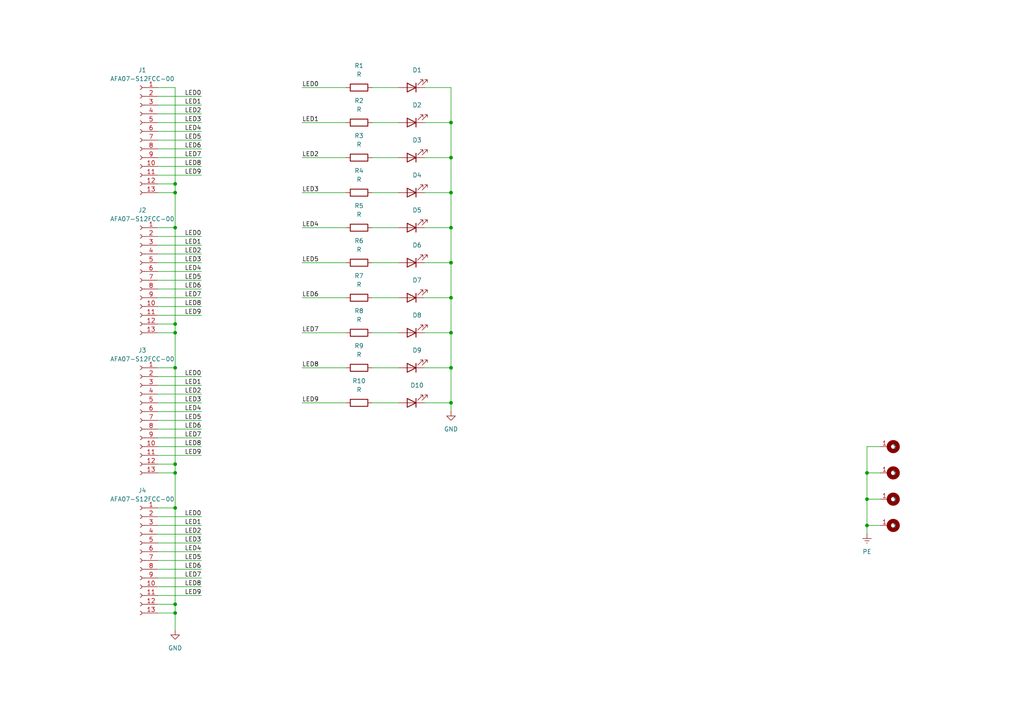
<source format=kicad_sch>
(kicad_sch (version 20250114) (generator "eeschema") (generator_version "9.0")
  (paper "A4")
  (title_block (title "${article} v${version}"))
  (lib_symbols
    (symbol "Device:R" (pin_numbers (hide yes)) (pin_names (offset 0))
      (property "Reference" "R" (at 2.032 0 90))
      (property "Value" "R" (at 0 0 90))
      (symbol "R_0_1"
        (rectangle (start -1.016 -2.54) (end 1.016 2.54) (stroke (width 0.254)))
      )
      (symbol "R_1_1"
        (pin passive line (at 0 3.81 270) (length 1.27) (name "~") (number "1"))
        (pin passive line (at 0 -3.81 90) (length 1.27) (name "~") (number "2"))
      )
    )
    (symbol "kicad_inventree_lib:AFA07-S12FCC-00" (pin_names (offset 1.016) (hide yes))
      (property "Reference" "J" (at 0 12.7 0))
      (property "Value" "AFA07-S12FCC-00" (at 0 -27.94 0))
      (symbol "AFA07-S12FCC-00_1_1"
        (polyline (pts (xy -1.27 10.16) (xy -0.508 10.16)) (stroke (width 0.1524)))
        (polyline (pts (xy -1.27 7.62) (xy -0.508 7.62)) (stroke (width 0.1524)))
        (polyline (pts (xy -1.27 5.08) (xy -0.508 5.08)) (stroke (width 0.1524)))
        (polyline (pts (xy -1.27 2.54) (xy -0.508 2.54)) (stroke (width 0.1524)))
        (polyline (pts (xy -1.27 0) (xy -0.508 0)) (stroke (width 0.1524)))
        (polyline (pts (xy -1.27 -2.54) (xy -0.508 -2.54)) (stroke (width 0.1524)))
        (polyline (pts (xy -1.27 -5.08) (xy -0.508 -5.08)) (stroke (width 0.1524)))
        (polyline (pts (xy -1.27 -7.62) (xy -0.508 -7.62)) (stroke (width 0.1524)))
        (polyline (pts (xy -1.27 -10.16) (xy -0.508 -10.16)) (stroke (width 0.1524)))
        (polyline (pts (xy -1.27 -12.7) (xy -0.508 -12.7)) (stroke (width 0.1524)))
        (polyline (pts (xy -1.27 -15.24) (xy -0.508 -15.24)) (stroke (width 0.1524)))
        (polyline (pts (xy -1.27 -17.78) (xy -0.508 -17.78)) (stroke (width 0.1524)))
        (polyline (pts (xy -1.27 -20.32) (xy -0.508 -20.32)) (stroke (width 0.1524)))
        (arc (start 0 9.652) (mid -0.5058 10.16) (end 0 10.668) (stroke (width 0.1524)))
        (arc (start 0 7.112) (mid -0.5058 7.62) (end 0 8.128) (stroke (width 0.1524)))
        (arc (start 0 4.572) (mid -0.5058 5.08) (end 0 5.588) (stroke (width 0.1524)))
        (arc (start 0 2.032) (mid -0.5058 2.54) (end 0 3.048) (stroke (width 0.1524)))
        (arc (start 0 -0.508) (mid -0.5058 0) (end 0 0.508) (stroke (width 0.1524)))
        (arc (start 0 -3.048) (mid -0.5058 -2.54) (end 0 -2.032) (stroke (width 0.1524)))
        (arc (start 0 -5.588) (mid -0.5058 -5.08) (end 0 -4.572) (stroke (width 0.1524)))
        (arc (start 0 -8.128) (mid -0.5058 -7.62) (end 0 -7.112) (stroke (width 0.1524)))
        (arc (start 0 -10.668) (mid -0.5058 -10.16) (end 0 -9.652) (stroke (width 0.1524)))
        (arc (start 0 -13.208) (mid -0.5058 -12.7) (end 0 -12.192) (stroke (width 0.1524)))
        (arc (start 0 -15.748) (mid -0.5058 -15.24) (end 0 -14.732) (stroke (width 0.1524)))
        (arc (start 0 -18.288) (mid -0.5058 -17.78) (end 0 -17.272) (stroke (width 0.1524)))
        (arc (start 0 -20.828) (mid -0.5058 -20.32) (end 0 -19.812) (stroke (width 0.1524)))
        (pin passive line (at -5.08 10.16 0) (length 3.81) (name "Pin_1") (number "1"))
        (pin passive line (at -5.08 7.62 0) (length 3.81) (name "Pin_2") (number "2"))
        (pin passive line (at -5.08 5.08 0) (length 3.81) (name "Pin_3") (number "3"))
        (pin passive line (at -5.08 2.54 0) (length 3.81) (name "Pin_4") (number "4"))
        (pin passive line (at -5.08 0 0) (length 3.81) (name "Pin_5") (number "5"))
        (pin passive line (at -5.08 -2.54 0) (length 3.81) (name "Pin_6") (number "6"))
        (pin passive line (at -5.08 -5.08 0) (length 3.81) (name "Pin_7") (number "7"))
        (pin passive line (at -5.08 -7.62 0) (length 3.81) (name "Pin_8") (number "8"))
        (pin passive line (at -5.08 -10.16 0) (length 3.81) (name "Pin_9") (number "9"))
        (pin passive line (at -5.08 -12.7 0) (length 3.81) (name "Pin_10") (number "10"))
        (pin passive line (at -5.08 -15.24 0) (length 3.81) (name "Pin_11") (number "11"))
        (pin passive line (at -5.08 -17.78 0) (length 3.81) (name "Pin_11") (number "12"))
        (pin passive line (at -5.08 -20.32 0) (length 3.81) (name "Pin_11") (number "13"))
      )
    )
    (symbol "kicad_inventree_lib:MountingHole_M4" (pin_names (offset 1.016)) (exclude_from_sim yes) (in_bom no)
      (symbol "MountingHole_M4_0_1"
        (circle (center 0 0) (radius 1.27) (stroke (width 1.27)))
      )
      (symbol "MountingHole_M4_1_1"
        (pin input line (at 0 -3.81 90) (length 2.54) (name "1") (number "1"))
      )
    )
    (symbol "kicad_inventree_lib:XL-1606SYGC" (pin_numbers (hide yes)) (pin_names (offset 1.016) (hide yes))
      (property "Reference" "D" (at 0 2.54 0))
      (property "Value" "XL-1606SYGC" (at 0 -3.81 0))
      (symbol "XL-1606SYGC_0_1"
        (polyline (pts (xy -3.048 -0.762) (xy -4.572 -2.286) (xy -3.81 -2.286) (xy -4.572 -2.286) (xy -4.572 -1.524)))
        (polyline (pts (xy -1.778 -0.762) (xy -3.302 -2.286) (xy -2.54 -2.286) (xy -3.302 -2.286) (xy -3.302 -1.524)))
        (polyline (pts (xy -1.27 0) (xy 1.27 0)))
        (polyline (pts (xy -1.27 -1.27) (xy -1.27 1.27)) (stroke (width 0.254)))
        (polyline (pts (xy 1.27 -1.27) (xy 1.27 1.27) (xy -1.27 0) (xy 1.27 -1.27)) (stroke (width 0.254)))
      )
      (symbol "XL-1606SYGC_1_1"
        (pin passive line (at -3.81 0 0) (length 2.54) (name "K") (number "1"))
        (pin passive line (at 3.81 0 180) (length 2.54) (name "A") (number "2"))
      )
    )
    (symbol "power:Earth" (power) (pin_numbers (hide yes)) (pin_names (offset 0) (hide yes))
      (property "Value" "Earth" (at 0 -3.81 0))
      (symbol "Earth_0_1"
        (polyline (pts (xy -0.635 -1.905) (xy 0.635 -1.905)))
        (polyline (pts (xy -0.127 -2.54) (xy 0.127 -2.54)))
        (polyline (pts (xy 0 -1.27) (xy 0 0)))
        (polyline (pts (xy 1.27 -1.27) (xy -1.27 -1.27)))
      )
      (symbol "Earth_1_1"
        (pin power_in line (at 0 0 270) (length 0) (name "~") (number "1"))
      )
    )
    (symbol "power:GND" (power) (pin_numbers (hide yes)) (pin_names (offset 0) (hide yes))
      (property "Value" "GND" (at 0 -3.81 0))
      (symbol "GND_0_1"
        (polyline (pts (xy 0 0) (xy 0 -1.27) (xy 1.27 -1.27) (xy 0 -2.54) (xy -1.27 -1.27) (xy 0 -1.27)))
      )
      (symbol "GND_1_1"
        (pin power_in line (at 0 0 270) (length 0) (name "~") (number "1"))
      )
    )
  )
  (junction (at 251.46 144.78))
  (junction (at 50.8 134.62))
  (junction (at 50.8 66.04))
  (junction (at 251.46 137.16))
  (junction (at 50.8 175.26))
  (junction (at 130.81 116.84))
  (junction (at 50.8 147.32))
  (junction (at 130.81 66.04))
  (junction (at 50.8 96.52))
  (junction (at 50.8 106.68))
  (junction (at 130.81 96.52))
  (junction (at 50.8 93.98))
  (junction (at 130.81 76.2))
  (junction (at 50.8 177.8))
  (junction (at 130.81 106.68))
  (junction (at 251.46 152.4))
  (junction (at 130.81 55.88))
  (junction (at 130.81 86.36))
  (junction (at 130.81 35.56))
  (junction (at 50.8 53.34))
  (junction (at 50.8 55.88))
  (junction (at 50.8 137.16))
  (junction (at 130.81 45.72))
  (wire (pts (xy 130.81 106.68) (xy 130.81 116.84)))
  (wire (pts (xy 100.33 25.4) (xy 87.63 25.4)))
  (wire (pts (xy 45.72 152.4) (xy 58.42 152.4)))
  (wire (pts (xy 45.72 30.48) (xy 58.42 30.48)))
  (wire (pts (xy 115.57 35.56) (xy 107.95 35.56)))
  (wire (pts (xy 45.72 66.04) (xy 50.8 66.04)))
  (wire (pts (xy 115.57 106.68) (xy 107.95 106.68)))
  (wire (pts (xy 100.33 45.72) (xy 87.63 45.72)))
  (wire (pts (xy 45.72 55.88) (xy 50.8 55.88)))
  (wire (pts (xy 130.81 45.72) (xy 130.81 55.88)))
  (wire (pts (xy 45.72 96.52) (xy 50.8 96.52)))
  (wire (pts (xy 115.57 116.84) (xy 107.95 116.84)))
  (wire (pts (xy 130.81 116.84) (xy 130.81 119.38)))
  (wire (pts (xy 255.27 129.54) (xy 251.46 129.54)))
  (wire (pts (xy 50.8 53.34) (xy 50.8 55.88)))
  (wire (pts (xy 50.8 147.32) (xy 50.8 175.26)))
  (wire (pts (xy 45.72 170.18) (xy 58.42 170.18)))
  (wire (pts (xy 45.72 27.94) (xy 58.42 27.94)))
  (wire (pts (xy 130.81 96.52) (xy 130.81 106.68)))
  (wire (pts (xy 45.72 175.26) (xy 50.8 175.26)))
  (wire (pts (xy 100.33 106.68) (xy 87.63 106.68)))
  (wire (pts (xy 45.72 167.64) (xy 58.42 167.64)))
  (wire (pts (xy 45.72 127) (xy 58.42 127)))
  (wire (pts (xy 115.57 55.88) (xy 107.95 55.88)))
  (wire (pts (xy 255.27 137.16) (xy 251.46 137.16)))
  (wire (pts (xy 45.72 137.16) (xy 50.8 137.16)))
  (wire (pts (xy 45.72 35.56) (xy 58.42 35.56)))
  (wire (pts (xy 130.81 66.04) (xy 130.81 76.2)))
  (wire (pts (xy 115.57 66.04) (xy 107.95 66.04)))
  (wire (pts (xy 100.33 116.84) (xy 87.63 116.84)))
  (wire (pts (xy 130.81 116.84) (xy 123.19 116.84)))
  (wire (pts (xy 115.57 76.2) (xy 107.95 76.2)))
  (wire (pts (xy 45.72 48.26) (xy 58.42 48.26)))
  (wire (pts (xy 45.72 177.8) (xy 50.8 177.8)))
  (wire (pts (xy 50.8 175.26) (xy 50.8 177.8)))
  (wire (pts (xy 45.72 76.2) (xy 58.42 76.2)))
  (wire (pts (xy 45.72 78.74) (xy 58.42 78.74)))
  (wire (pts (xy 251.46 154.94) (xy 251.46 152.4)))
  (wire (pts (xy 45.72 45.72) (xy 58.42 45.72)))
  (wire (pts (xy 45.72 162.56) (xy 58.42 162.56)))
  (wire (pts (xy 50.8 55.88) (xy 50.8 66.04)))
  (wire (pts (xy 45.72 83.82) (xy 58.42 83.82)))
  (wire (pts (xy 45.72 114.3) (xy 58.42 114.3)))
  (wire (pts (xy 130.81 55.88) (xy 130.81 66.04)))
  (wire (pts (xy 251.46 144.78) (xy 251.46 152.4)))
  (wire (pts (xy 50.8 134.62) (xy 50.8 137.16)))
  (wire (pts (xy 50.8 177.8) (xy 50.8 182.88)))
  (wire (pts (xy 115.57 96.52) (xy 107.95 96.52)))
  (wire (pts (xy 45.72 68.58) (xy 58.42 68.58)))
  (wire (pts (xy 130.81 35.56) (xy 123.19 35.56)))
  (wire (pts (xy 251.46 129.54) (xy 251.46 137.16)))
  (wire (pts (xy 130.81 45.72) (xy 123.19 45.72)))
  (wire (pts (xy 50.8 93.98) (xy 50.8 96.52)))
  (wire (pts (xy 45.72 93.98) (xy 50.8 93.98)))
  (wire (pts (xy 251.46 152.4) (xy 255.27 152.4)))
  (wire (pts (xy 50.8 137.16) (xy 50.8 147.32)))
  (wire (pts (xy 45.72 88.9) (xy 58.42 88.9)))
  (wire (pts (xy 115.57 25.4) (xy 107.95 25.4)))
  (wire (pts (xy 45.72 129.54) (xy 58.42 129.54)))
  (wire (pts (xy 45.72 43.18) (xy 58.42 43.18)))
  (wire (pts (xy 130.81 86.36) (xy 130.81 96.52)))
  (wire (pts (xy 115.57 45.72) (xy 107.95 45.72)))
  (wire (pts (xy 45.72 86.36) (xy 58.42 86.36)))
  (wire (pts (xy 130.81 55.88) (xy 123.19 55.88)))
  (wire (pts (xy 100.33 55.88) (xy 87.63 55.88)))
  (wire (pts (xy 100.33 66.04) (xy 87.63 66.04)))
  (wire (pts (xy 251.46 137.16) (xy 251.46 144.78)))
  (wire (pts (xy 130.81 106.68) (xy 123.19 106.68)))
  (wire (pts (xy 45.72 40.64) (xy 58.42 40.64)))
  (wire (pts (xy 130.81 86.36) (xy 123.19 86.36)))
  (wire (pts (xy 45.72 109.22) (xy 58.42 109.22)))
  (wire (pts (xy 45.72 172.72) (xy 58.42 172.72)))
  (wire (pts (xy 45.72 160.02) (xy 58.42 160.02)))
  (wire (pts (xy 45.72 165.1) (xy 58.42 165.1)))
  (wire (pts (xy 255.27 144.78) (xy 251.46 144.78)))
  (wire (pts (xy 45.72 157.48) (xy 58.42 157.48)))
  (wire (pts (xy 45.72 116.84) (xy 58.42 116.84)))
  (wire (pts (xy 45.72 81.28) (xy 58.42 81.28)))
  (wire (pts (xy 45.72 111.76) (xy 58.42 111.76)))
  (wire (pts (xy 45.72 33.02) (xy 58.42 33.02)))
  (wire (pts (xy 115.57 86.36) (xy 107.95 86.36)))
  (wire (pts (xy 45.72 132.08) (xy 58.42 132.08)))
  (wire (pts (xy 130.81 25.4) (xy 123.19 25.4)))
  (wire (pts (xy 45.72 154.94) (xy 58.42 154.94)))
  (wire (pts (xy 50.8 25.4) (xy 50.8 53.34)))
  (wire (pts (xy 45.72 53.34) (xy 50.8 53.34)))
  (wire (pts (xy 45.72 73.66) (xy 58.42 73.66)))
  (wire (pts (xy 130.81 96.52) (xy 123.19 96.52)))
  (wire (pts (xy 130.81 66.04) (xy 123.19 66.04)))
  (wire (pts (xy 130.81 35.56) (xy 130.81 45.72)))
  (wire (pts (xy 45.72 149.86) (xy 58.42 149.86)))
  (wire (pts (xy 50.8 96.52) (xy 50.8 106.68)))
  (wire (pts (xy 130.81 25.4) (xy 130.81 35.56)))
  (wire (pts (xy 45.72 119.38) (xy 58.42 119.38)))
  (wire (pts (xy 130.81 76.2) (xy 123.19 76.2)))
  (wire (pts (xy 50.8 106.68) (xy 50.8 134.62)))
  (wire (pts (xy 45.72 121.92) (xy 58.42 121.92)))
  (wire (pts (xy 45.72 124.46) (xy 58.42 124.46)))
  (wire (pts (xy 45.72 147.32) (xy 50.8 147.32)))
  (wire (pts (xy 45.72 106.68) (xy 50.8 106.68)))
  (wire (pts (xy 100.33 86.36) (xy 87.63 86.36)))
  (wire (pts (xy 45.72 38.1) (xy 58.42 38.1)))
  (wire (pts (xy 45.72 50.8) (xy 58.42 50.8)))
  (wire (pts (xy 130.81 76.2) (xy 130.81 86.36)))
  (wire (pts (xy 45.72 91.44) (xy 58.42 91.44)))
  (wire (pts (xy 45.72 71.12) (xy 58.42 71.12)))
  (wire (pts (xy 45.72 25.4) (xy 50.8 25.4)))
  (wire (pts (xy 100.33 96.52) (xy 87.63 96.52)))
  (wire (pts (xy 45.72 134.62) (xy 50.8 134.62)))
  (wire (pts (xy 100.33 35.56) (xy 87.63 35.56)))
  (wire (pts (xy 100.33 76.2) (xy 87.63 76.2)))
  (wire (pts (xy 50.8 66.04) (xy 50.8 93.98)))
  (label "LED9" (at 58.42 91.44 180))
  (label "LED4" (at 87.63 66.04 0))
  (label "LED3" (at 87.63 55.88 0))
  (label "LED2" (at 58.42 73.66 180))
  (label "LED3" (at 58.42 116.84 180))
  (label "LED5" (at 87.63 76.2 0))
  (label "LED2" (at 58.42 154.94 180))
  (label "LED1" (at 58.42 111.76 180))
  (label "LED6" (at 58.42 43.18 180))
  (label "LED4" (at 58.42 78.74 180))
  (label "LED1" (at 58.42 71.12 180))
  (label "LED5" (at 58.42 81.28 180))
  (label "LED8" (at 58.42 88.9 180))
  (label "LED9" (at 58.42 172.72 180))
  (label "LED7" (at 87.63 96.52 0))
  (label "LED1" (at 58.42 30.48 180))
  (label "LED1" (at 87.63 35.56 0))
  (label "LED3" (at 58.42 76.2 180))
  (label "LED5" (at 58.42 40.64 180))
  (label "LED8" (at 58.42 48.26 180))
  (label "LED0" (at 58.42 149.86 180))
  (label "LED5" (at 58.42 121.92 180))
  (label "LED9" (at 58.42 50.8 180))
  (label "LED2" (at 58.42 114.3 180))
  (label "LED8" (at 87.63 106.68 0))
  (label "LED4" (at 58.42 160.02 180))
  (label "LED2" (at 58.42 33.02 180))
  (label "LED3" (at 58.42 157.48 180))
  (label "LED7" (at 58.42 86.36 180))
  (label "LED1" (at 58.42 152.4 180))
  (label "LED0" (at 58.42 27.94 180))
  (label "LED7" (at 58.42 127 180))
  (label "LED7" (at 58.42 167.64 180))
  (label "LED9" (at 58.42 132.08 180))
  (label "LED8" (at 58.42 170.18 180))
  (label "LED6" (at 58.42 124.46 180))
  (label "LED0" (at 58.42 68.58 180))
  (label "LED0" (at 58.42 109.22 180))
  (label "LED9" (at 87.63 116.84 0))
  (label "LED4" (at 58.42 119.38 180))
  (label "LED4" (at 58.42 38.1 180))
  (label "LED6" (at 87.63 86.36 0))
  (label "LED8" (at 58.42 129.54 180))
  (label "LED0" (at 87.63 25.4 0))
  (label "LED6" (at 58.42 83.82 180))
  (label "LED3" (at 58.42 35.56 180))
  (label "LED7" (at 58.42 45.72 180))
  (label "LED2" (at 87.63 45.72 0))
  (label "LED6" (at 58.42 165.1 180))
  (label "LED5" (at 58.42 162.56 180))
  (symbol (lib_id "kicad_inventree_lib:XL-1606SYGC") (at 119.38 106.68 180) (unit 1) (in_bom no)
    (property "Reference" "D9" (at 120.9675 101.6 0))
    (property "Value" "XL-1606SYGC" (effects (hide yes)))
    (property "Footprint" "kicad_inventree_lib:XL-1606" (effects (hide yes)))
    (property "Datasheet" "http://inventree.network/part/278/" (effects (hide yes)))
    (property "Description" "LED 0602 general green" (effects (hide yes)))
    (property "part_ipn" "XL-1606SYGC" (effects (hide yes)))
  )
  (symbol (lib_id "kicad_inventree_lib:XL-1606SYGC") (at 119.38 86.36 180) (unit 1) (in_bom no)
    (property "Reference" "D7" (at 120.9675 81.28 0))
    (property "Value" "XL-1606SYGC" (effects (hide yes)))
    (property "Footprint" "kicad_inventree_lib:XL-1606" (effects (hide yes)))
    (property "Datasheet" "http://inventree.network/part/278/" (effects (hide yes)))
    (property "Description" "LED 0602 general green" (effects (hide yes)))
    (property "part_ipn" "XL-1606SYGC" (effects (hide yes)))
  )
  (symbol (lib_id "kicad_inventree_lib:AFA07-S12FCC-00") (at 40.64 157.48 0) (mirror y) (unit 1) (in_bom no)
    (property "Reference" "J4" (at 41.275 142.24 0))
    (property "Value" "AFA07-S12FCC-00" (at 41.275 144.78 0))
    (property "Footprint" "kicad_inventree_lib:CONN10_AFA07-S12_JUS" (effects (hide yes)))
    (property "Description" "Generic connector, single row, 01x10, script generated" (effects (hide yes)))
    (property "part_ipn" "AFA07-S12FCC-00" (effects (hide yes)))
  )
  (symbol (lib_id "power:GND") (at 50.8 182.88 0) (mirror y) (unit 1)
    (property "Reference" "#PWR01" (effects (hide yes)))
    (property "Value" "GND" (at 50.8 187.96 0))
    (property "Description" "Power symbol creates a global label with name \"GND\" , ground" (effects (hide yes)))
  )
  (symbol (lib_id "kicad_inventree_lib:XL-1606SYGC") (at 119.38 45.72 180) (unit 1) (in_bom no)
    (property "Reference" "D3" (at 120.9675 40.64 0))
    (property "Value" "XL-1606SYGC" (effects (hide yes)))
    (property "Footprint" "kicad_inventree_lib:XL-1606" (effects (hide yes)))
    (property "Datasheet" "http://inventree.network/part/278/" (effects (hide yes)))
    (property "Description" "LED 0602 general green" (effects (hide yes)))
    (property "part_ipn" "XL-1606SYGC" (effects (hide yes)))
  )
  (symbol (lib_id "kicad_inventree_lib:XL-1606SYGC") (at 119.38 55.88 180) (unit 1) (in_bom no)
    (property "Reference" "D4" (at 120.9675 50.8 0))
    (property "Value" "XL-1606SYGC" (effects (hide yes)))
    (property "Footprint" "kicad_inventree_lib:XL-1606" (effects (hide yes)))
    (property "Datasheet" "http://inventree.network/part/278/" (effects (hide yes)))
    (property "Description" "LED 0602 general green" (effects (hide yes)))
    (property "part_ipn" "XL-1606SYGC" (effects (hide yes)))
  )
  (symbol (lib_id "kicad_inventree_lib:XL-1606SYGC") (at 119.38 116.84 180) (unit 1) (in_bom no)
    (property "Reference" "D10" (at 120.9675 111.76 0))
    (property "Value" "XL-1606SYGC" (effects (hide yes)))
    (property "Footprint" "kicad_inventree_lib:XL-1606" (effects (hide yes)))
    (property "Datasheet" "http://inventree.network/part/278/" (effects (hide yes)))
    (property "Description" "LED 0602 general green" (effects (hide yes)))
    (property "part_ipn" "XL-1606SYGC" (effects (hide yes)))
  )
  (symbol (lib_id "kicad_inventree_lib:XL-1606SYGC") (at 119.38 96.52 180) (unit 1) (in_bom no)
    (property "Reference" "D8" (at 120.9675 91.44 0))
    (property "Value" "XL-1606SYGC" (effects (hide yes)))
    (property "Footprint" "kicad_inventree_lib:XL-1606" (effects (hide yes)))
    (property "Datasheet" "http://inventree.network/part/278/" (effects (hide yes)))
    (property "Description" "LED 0602 general green" (effects (hide yes)))
    (property "part_ipn" "XL-1606SYGC" (effects (hide yes)))
  )
  (symbol (lib_id "kicad_inventree_lib:MountingHole_M4") (at 259.08 144.78 270) (unit 1) (exclude_from_sim yes) (in_bom no)
    (property "Reference" "H2" (effects (hide yes)))
    (property "Value" "M4" (effects (hide yes)))
    (property "Footprint" "MountingHole:MountingHole_2.2mm_M2_Pad" (effects (hide yes)))
  )
  (symbol (lib_id "Device:R") (at 104.14 76.2 90) (unit 1) (in_bom no)
    (property "Reference" "R6" (at 104.14 69.85 90))
    (property "Value" "R" (at 104.14 72.39 90))
    (property "Footprint" "Resistor_SMD:R_0603_1608Metric" (effects (hide yes)))
    (property "Description" "Resistor" (effects (hide yes)))
  )
  (symbol (lib_id "Device:R") (at 104.14 35.56 90) (unit 1) (in_bom no)
    (property "Reference" "R2" (at 104.14 29.21 90))
    (property "Value" "R" (at 104.14 31.75 90))
    (property "Footprint" "Resistor_SMD:R_0603_1608Metric" (effects (hide yes)))
    (property "Description" "Resistor" (effects (hide yes)))
  )
  (symbol (lib_id "Device:R") (at 104.14 106.68 90) (unit 1) (in_bom no)
    (property "Reference" "R9" (at 104.14 100.33 90))
    (property "Value" "R" (at 104.14 102.87 90))
    (property "Footprint" "Resistor_SMD:R_0603_1608Metric" (effects (hide yes)))
    (property "Description" "Resistor" (effects (hide yes)))
  )
  (symbol (lib_id "kicad_inventree_lib:AFA07-S12FCC-00") (at 40.64 76.2 0) (mirror y) (unit 1) (in_bom no)
    (property "Reference" "J2" (at 41.275 60.96 0))
    (property "Value" "AFA07-S12FCC-00" (at 41.275 63.5 0))
    (property "Footprint" "kicad_inventree_lib:CONN10_AFA07-S12_JUS" (effects (hide yes)))
    (property "Description" "Generic connector, single row, 01x10, script generated" (effects (hide yes)))
    (property "part_ipn" "AFA07-S12FCC-00" (effects (hide yes)))
  )
  (symbol (lib_id "Device:R") (at 104.14 86.36 90) (unit 1) (in_bom no)
    (property "Reference" "R7" (at 104.14 80.01 90))
    (property "Value" "R" (at 104.14 82.55 90))
    (property "Footprint" "Resistor_SMD:R_0603_1608Metric" (effects (hide yes)))
    (property "Description" "Resistor" (effects (hide yes)))
  )
  (symbol (lib_id "power:Earth") (at 251.46 154.94 0) (unit 1)
    (property "Reference" "#PWR039" (effects (hide yes)))
    (property "Value" "PE" (at 251.46 160.02 0))
    (property "Description" "Power symbol creates a global label with name \"Earth\"" (effects (hide yes)))
  )
  (symbol (lib_id "Device:R") (at 104.14 55.88 90) (unit 1) (in_bom no)
    (property "Reference" "R4" (at 104.14 49.53 90))
    (property "Value" "R" (at 104.14 52.07 90))
    (property "Footprint" "Resistor_SMD:R_0603_1608Metric" (effects (hide yes)))
    (property "Description" "Resistor" (effects (hide yes)))
  )
  (symbol (lib_id "Device:R") (at 104.14 45.72 90) (unit 1) (in_bom no)
    (property "Reference" "R3" (at 104.14 39.37 90))
    (property "Value" "R" (at 104.14 41.91 90))
    (property "Footprint" "Resistor_SMD:R_0603_1608Metric" (effects (hide yes)))
    (property "Description" "Resistor" (effects (hide yes)))
  )
  (symbol (lib_id "Device:R") (at 104.14 66.04 90) (unit 1) (in_bom no)
    (property "Reference" "R5" (at 104.14 59.69 90))
    (property "Value" "R" (at 104.14 62.23 90))
    (property "Footprint" "Resistor_SMD:R_0603_1608Metric" (effects (hide yes)))
    (property "Description" "Resistor" (effects (hide yes)))
  )
  (symbol (lib_id "Device:R") (at 104.14 116.84 90) (unit 1) (in_bom no)
    (property "Reference" "R10" (at 104.14 110.49 90))
    (property "Value" "R" (at 104.14 113.03 90))
    (property "Footprint" "Resistor_SMD:R_0603_1608Metric" (effects (hide yes)))
    (property "Description" "Resistor" (effects (hide yes)))
  )
  (symbol (lib_id "Device:R") (at 104.14 96.52 90) (unit 1) (in_bom no)
    (property "Reference" "R8" (at 104.14 90.17 90))
    (property "Value" "R" (at 104.14 92.71 90))
    (property "Footprint" "Resistor_SMD:R_0603_1608Metric" (effects (hide yes)))
    (property "Description" "Resistor" (effects (hide yes)))
  )
  (symbol (lib_id "kicad_inventree_lib:MountingHole_M4") (at 259.08 129.54 270) (unit 1) (exclude_from_sim yes) (in_bom no)
    (property "Reference" "H5" (effects (hide yes)))
    (property "Value" "M4" (effects (hide yes)))
    (property "Footprint" "MountingHole:MountingHole_2.2mm_M2_Pad" (effects (hide yes)))
  )
  (symbol (lib_id "kicad_inventree_lib:XL-1606SYGC") (at 119.38 66.04 180) (unit 1) (in_bom no)
    (property "Reference" "D5" (at 120.9675 60.96 0))
    (property "Value" "XL-1606SYGC" (effects (hide yes)))
    (property "Footprint" "kicad_inventree_lib:XL-1606" (effects (hide yes)))
    (property "Datasheet" "http://inventree.network/part/278/" (effects (hide yes)))
    (property "Description" "LED 0602 general green" (effects (hide yes)))
    (property "part_ipn" "XL-1606SYGC" (effects (hide yes)))
  )
  (symbol (lib_id "kicad_inventree_lib:AFA07-S12FCC-00") (at 40.64 116.84 0) (mirror y) (unit 1) (in_bom no)
    (property "Reference" "J3" (at 41.275 101.6 0))
    (property "Value" "AFA07-S12FCC-00" (at 41.275 104.14 0))
    (property "Footprint" "kicad_inventree_lib:CONN10_AFA07-S12_JUS" (effects (hide yes)))
    (property "Description" "Generic connector, single row, 01x10, script generated" (effects (hide yes)))
    (property "part_ipn" "AFA07-S12FCC-00" (effects (hide yes)))
  )
  (symbol (lib_id "kicad_inventree_lib:XL-1606SYGC") (at 119.38 35.56 180) (unit 1) (in_bom no)
    (property "Reference" "D2" (at 120.9675 30.48 0))
    (property "Value" "XL-1606SYGC" (effects (hide yes)))
    (property "Footprint" "kicad_inventree_lib:XL-1606" (effects (hide yes)))
    (property "Datasheet" "http://inventree.network/part/278/" (effects (hide yes)))
    (property "Description" "LED 0602 general green" (effects (hide yes)))
    (property "part_ipn" "XL-1606SYGC" (effects (hide yes)))
  )
  (symbol (lib_id "kicad_inventree_lib:MountingHole_M4") (at 259.08 137.16 270) (unit 1) (exclude_from_sim yes) (in_bom no)
    (property "Reference" "H1" (effects (hide yes)))
    (property "Value" "M4" (effects (hide yes)))
    (property "Footprint" "MountingHole:MountingHole_2.2mm_M2_Pad" (effects (hide yes)))
  )
  (symbol (lib_id "kicad_inventree_lib:MountingHole_M4") (at 259.08 152.4 270) (unit 1) (exclude_from_sim yes) (in_bom no)
    (property "Reference" "H3" (effects (hide yes)))
    (property "Value" "M4" (effects (hide yes)))
    (property "Footprint" "MountingHole:MountingHole_2.2mm_M2_Pad" (effects (hide yes)))
  )
  (symbol (lib_id "kicad_inventree_lib:XL-1606SYGC") (at 119.38 76.2 180) (unit 1) (in_bom no)
    (property "Reference" "D6" (at 120.9675 71.12 0))
    (property "Value" "XL-1606SYGC" (effects (hide yes)))
    (property "Footprint" "kicad_inventree_lib:XL-1606" (effects (hide yes)))
    (property "Datasheet" "http://inventree.network/part/278/" (effects (hide yes)))
    (property "Description" "LED 0602 general green" (effects (hide yes)))
    (property "part_ipn" "XL-1606SYGC" (effects (hide yes)))
  )
  (symbol (lib_id "Device:R") (at 104.14 25.4 90) (unit 1) (in_bom no)
    (property "Reference" "R1" (at 104.14 19.05 90))
    (property "Value" "R" (at 104.14 21.59 90))
    (property "Footprint" "Resistor_SMD:R_0603_1608Metric" (effects (hide yes)))
    (property "Description" "Resistor" (effects (hide yes)))
  )
  (symbol (lib_id "kicad_inventree_lib:XL-1606SYGC") (at 119.38 25.4 180) (unit 1) (in_bom no)
    (property "Reference" "D1" (at 120.9675 20.32 0))
    (property "Value" "XL-1606SYGC" (effects (hide yes)))
    (property "Footprint" "kicad_inventree_lib:XL-1606" (effects (hide yes)))
    (property "Datasheet" "http://inventree.network/part/278/" (effects (hide yes)))
    (property "Description" "LED 0602 general green" (effects (hide yes)))
    (property "part_ipn" "XL-1606SYGC" (effects (hide yes)))
  )
  (symbol (lib_id "power:GND") (at 130.81 119.38 0) (mirror y) (unit 1)
    (property "Reference" "#PWR02" (effects (hide yes)))
    (property "Value" "GND" (at 130.81 124.46 0))
    (property "Description" "Power symbol creates a global label with name \"GND\" , ground" (effects (hide yes)))
  )
  (symbol (lib_id "kicad_inventree_lib:AFA07-S12FCC-00") (at 40.64 35.56 0) (mirror y) (unit 1)
    (property "Reference" "J1" (at 41.275 20.32 0))
    (property "Value" "AFA07-S12FCC-00" (at 41.275 22.86 0))
    (property "Footprint" "kicad_inventree_lib:CONN10_AFA07-S12_JUS" (effects (hide yes)))
    (property "Description" "Generic connector, single row, 01x10, script generated" (effects (hide yes)))
    (property "part_ipn" "AFA07-S12FCC-00" (effects (hide yes)))
  )
)
</source>
